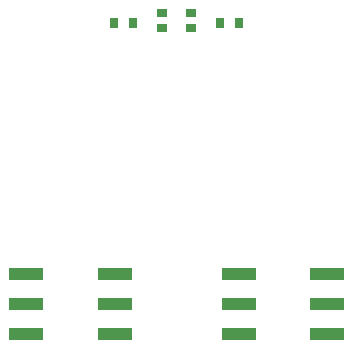
<source format=gtp>
G04 EAGLE Gerber RS-274X export*
G75*
%MOMM*%
%FSLAX34Y34*%
%LPD*%
%INSolderpaste Top*%
%IPPOS*%
%AMOC8*
5,1,8,0,0,1.08239X$1,22.5*%
G01*
%ADD10R,0.800000X0.950000*%
%ADD11R,0.900000X0.700000*%
%ADD12R,3.000000X1.000000*%


D10*
X53000Y280000D03*
X37000Y280000D03*
X-53000Y280000D03*
X-37000Y280000D03*
D11*
X12500Y289000D03*
X12500Y276000D03*
X-12500Y289000D03*
X-12500Y276000D03*
D12*
X52500Y42500D03*
X127500Y42500D03*
X52500Y67900D03*
X127500Y67900D03*
X127500Y17100D03*
X52500Y17100D03*
X-127500Y42500D03*
X-52500Y42500D03*
X-127500Y67900D03*
X-52500Y67900D03*
X-52500Y17100D03*
X-127500Y17100D03*
M02*

</source>
